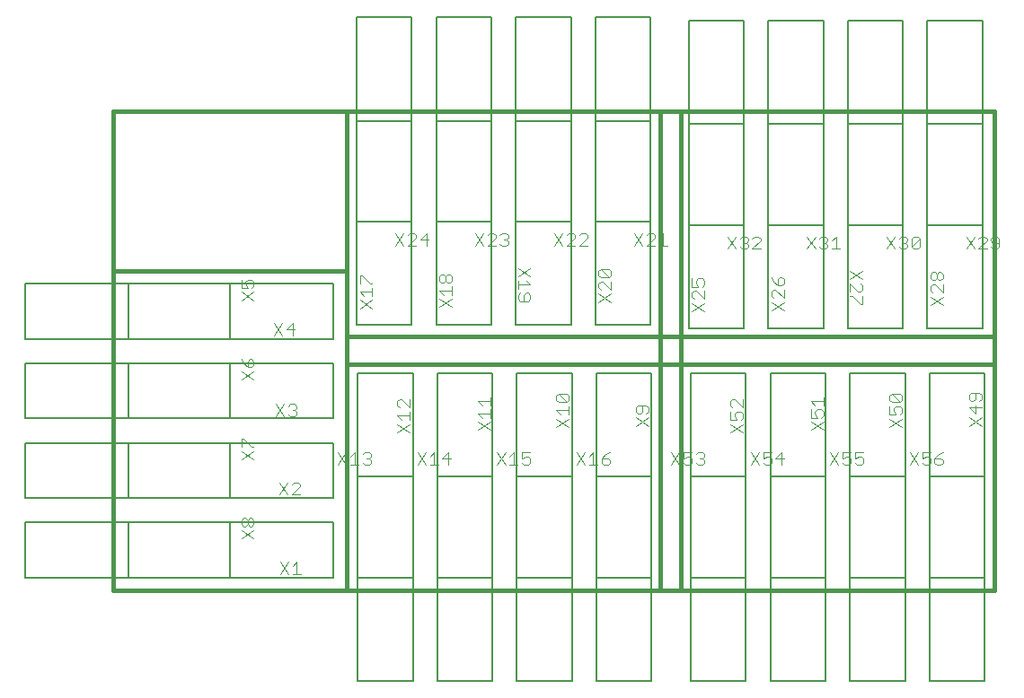
<source format=gto>
G75*
%MOIN*%
%OFA0B0*%
%FSLAX24Y24*%
%IPPOS*%
%LPD*%
%AMOC8*
5,1,8,0,0,1.08239X$1,22.5*
%
%ADD10C,0.0160*%
%ADD11C,0.0050*%
%ADD12C,0.0040*%
D10*
X003393Y003471D02*
X003393Y015361D01*
X003393Y021267D01*
X012054Y021267D01*
X012054Y015361D01*
X012054Y012920D01*
X036109Y012920D01*
X036109Y021267D01*
X024456Y021267D01*
X024456Y003471D01*
X036109Y003471D01*
X036109Y011897D01*
X012054Y011897D01*
X012054Y012920D01*
X012054Y011897D02*
X012054Y003511D01*
X003393Y003471D02*
X024456Y003471D01*
X023708Y003511D02*
X023708Y021267D01*
X024456Y021267D01*
X023708Y021267D02*
X012054Y021267D01*
X012054Y015361D02*
X003393Y015361D01*
X036109Y012920D02*
X036109Y011897D01*
D11*
X035735Y011562D02*
X035735Y003964D01*
X033688Y003964D01*
X033688Y011562D01*
X035735Y011562D01*
X035656Y013216D02*
X033609Y013216D01*
X033609Y020814D01*
X035656Y020814D01*
X035656Y013216D01*
X032704Y013216D02*
X032704Y020814D01*
X030656Y020814D01*
X030656Y013216D01*
X032704Y013216D01*
X032782Y011562D02*
X030735Y011562D01*
X030735Y003964D01*
X032782Y003964D01*
X032782Y011562D01*
X029830Y011562D02*
X029830Y003964D01*
X027782Y003964D01*
X027782Y011562D01*
X029830Y011562D01*
X029751Y013216D02*
X027704Y013216D01*
X027704Y020814D01*
X029751Y020814D01*
X029751Y013216D01*
X026798Y013216D02*
X026798Y020814D01*
X024751Y020814D01*
X024751Y013216D01*
X026798Y013216D01*
X026877Y011562D02*
X024830Y011562D01*
X024830Y003964D01*
X026877Y003964D01*
X026877Y011562D01*
X023373Y011562D02*
X023373Y003964D01*
X021326Y003964D01*
X021326Y011562D01*
X023373Y011562D01*
X023334Y013334D02*
X021286Y013334D01*
X021286Y020932D01*
X023334Y020932D01*
X023334Y013334D01*
X020381Y013334D02*
X020381Y020932D01*
X018334Y020932D01*
X018334Y013334D01*
X020381Y013334D01*
X020420Y011562D02*
X018373Y011562D01*
X018373Y003964D01*
X020420Y003964D01*
X020420Y011562D01*
X017468Y011562D02*
X017468Y003964D01*
X015420Y003964D01*
X015420Y011562D01*
X017468Y011562D01*
X017428Y013334D02*
X015381Y013334D01*
X015381Y020932D01*
X017428Y020932D01*
X017428Y013334D01*
X014475Y013334D02*
X014475Y020932D01*
X012428Y020932D01*
X012428Y013334D01*
X014475Y013334D01*
X014515Y011562D02*
X012468Y011562D01*
X012468Y003964D01*
X014515Y003964D01*
X014515Y011562D01*
X011562Y011916D02*
X011562Y009869D01*
X003964Y009869D01*
X003964Y011916D01*
X011562Y011916D01*
X011562Y012822D02*
X003964Y012822D01*
X003964Y014869D01*
X011562Y014869D01*
X011562Y012822D01*
X007723Y012822D02*
X000125Y012822D01*
X000125Y014869D01*
X007723Y014869D01*
X007723Y012822D01*
X007723Y011916D02*
X000125Y011916D01*
X000125Y009869D01*
X007723Y009869D01*
X007723Y011916D01*
X007723Y008964D02*
X000125Y008964D01*
X000125Y006916D01*
X007723Y006916D01*
X007723Y008964D01*
X003964Y008964D02*
X011562Y008964D01*
X011562Y006916D01*
X003964Y006916D01*
X003964Y008964D01*
X003964Y006011D02*
X011562Y006011D01*
X011562Y003964D01*
X003964Y003964D01*
X003964Y006011D01*
X007723Y006011D02*
X000125Y006011D01*
X000125Y003964D01*
X007723Y003964D01*
X007723Y006011D01*
X012468Y007723D02*
X012468Y000125D01*
X014515Y000125D01*
X014515Y007723D01*
X012468Y007723D01*
X015420Y007723D02*
X015420Y000125D01*
X017468Y000125D01*
X017468Y007723D01*
X015420Y007723D01*
X018373Y007723D02*
X018373Y000125D01*
X020420Y000125D01*
X020420Y007723D01*
X018373Y007723D01*
X021326Y007723D02*
X021326Y000125D01*
X023373Y000125D01*
X023373Y007723D01*
X021326Y007723D01*
X024830Y007723D02*
X024830Y000125D01*
X026877Y000125D01*
X026877Y007723D01*
X024830Y007723D01*
X027782Y007723D02*
X027782Y000125D01*
X029830Y000125D01*
X029830Y007723D01*
X027782Y007723D01*
X030735Y007723D02*
X030735Y000125D01*
X032782Y000125D01*
X032782Y007723D01*
X030735Y007723D01*
X033688Y007723D02*
X033688Y000125D01*
X035735Y000125D01*
X035735Y007723D01*
X033688Y007723D01*
X033609Y017054D02*
X033609Y024653D01*
X035656Y024653D01*
X035656Y017054D01*
X033609Y017054D01*
X032704Y017054D02*
X032704Y024653D01*
X030656Y024653D01*
X030656Y017054D01*
X032704Y017054D01*
X029751Y017054D02*
X029751Y024653D01*
X027704Y024653D01*
X027704Y017054D01*
X029751Y017054D01*
X026798Y017054D02*
X026798Y024653D01*
X024751Y024653D01*
X024751Y017054D01*
X026798Y017054D01*
X023334Y017172D02*
X023334Y024771D01*
X021286Y024771D01*
X021286Y017172D01*
X023334Y017172D01*
X020381Y017172D02*
X020381Y024771D01*
X018334Y024771D01*
X018334Y017172D01*
X020381Y017172D01*
X017428Y017172D02*
X017428Y024771D01*
X015381Y024771D01*
X015381Y017172D01*
X017428Y017172D01*
X014475Y017172D02*
X014475Y024771D01*
X012428Y024771D01*
X012428Y017172D01*
X014475Y017172D01*
D12*
X014403Y016747D02*
X014326Y016670D01*
X014403Y016747D02*
X014556Y016747D01*
X014633Y016670D01*
X014633Y016594D01*
X014326Y016287D01*
X014633Y016287D01*
X014786Y016517D02*
X015093Y016517D01*
X015016Y016287D02*
X015016Y016747D01*
X014786Y016517D01*
X014172Y016747D02*
X013865Y016287D01*
X014172Y016287D02*
X013865Y016747D01*
X012623Y015188D02*
X012930Y014881D01*
X013007Y014881D01*
X013007Y014728D02*
X013007Y014421D01*
X013007Y014268D02*
X012546Y013961D01*
X012546Y014268D02*
X013007Y013961D01*
X012700Y014421D02*
X012546Y014575D01*
X013007Y014575D01*
X012546Y014881D02*
X012546Y015188D01*
X012623Y015188D01*
X015499Y015151D02*
X015576Y015228D01*
X015652Y015228D01*
X015729Y015151D01*
X015729Y014998D01*
X015652Y014921D01*
X015576Y014921D01*
X015499Y014998D01*
X015499Y015151D01*
X015729Y015151D02*
X015806Y015228D01*
X015883Y015228D01*
X015959Y015151D01*
X015959Y014998D01*
X015883Y014921D01*
X015806Y014921D01*
X015729Y014998D01*
X015959Y014767D02*
X015959Y014460D01*
X015959Y014307D02*
X015499Y014000D01*
X015499Y014307D02*
X015959Y014000D01*
X015652Y014460D02*
X015499Y014614D01*
X015959Y014614D01*
X016818Y016287D02*
X017125Y016747D01*
X017279Y016670D02*
X017355Y016747D01*
X017509Y016747D01*
X017586Y016670D01*
X017586Y016594D01*
X017279Y016287D01*
X017586Y016287D01*
X017739Y016363D02*
X017816Y016287D01*
X017969Y016287D01*
X018046Y016363D01*
X018046Y016440D01*
X017969Y016517D01*
X017892Y016517D01*
X017969Y016517D02*
X018046Y016594D01*
X018046Y016670D01*
X017969Y016747D01*
X017816Y016747D01*
X017739Y016670D01*
X017125Y016287D02*
X016818Y016747D01*
X018413Y015459D02*
X018873Y015152D01*
X018720Y014999D02*
X018873Y014845D01*
X018413Y014845D01*
X018413Y014692D02*
X018413Y014999D01*
X018413Y015152D02*
X018873Y015459D01*
X019771Y016287D02*
X020078Y016747D01*
X020231Y016670D02*
X020308Y016747D01*
X020462Y016747D01*
X020538Y016670D01*
X020538Y016594D01*
X020231Y016287D01*
X020538Y016287D01*
X020692Y016287D02*
X020999Y016594D01*
X020999Y016670D01*
X020922Y016747D01*
X020769Y016747D01*
X020692Y016670D01*
X020692Y016287D02*
X020999Y016287D01*
X020078Y016287D02*
X019771Y016747D01*
X021404Y015348D02*
X021481Y015425D01*
X021788Y015118D01*
X021865Y015194D01*
X021865Y015348D01*
X021788Y015425D01*
X021481Y015425D01*
X021404Y015348D02*
X021404Y015194D01*
X021481Y015118D01*
X021788Y015118D01*
X021865Y014964D02*
X021865Y014657D01*
X021558Y014964D01*
X021481Y014964D01*
X021404Y014887D01*
X021404Y014734D01*
X021481Y014657D01*
X021404Y014504D02*
X021865Y014197D01*
X021865Y014504D02*
X021404Y014197D01*
X018873Y014308D02*
X018873Y014462D01*
X018796Y014539D01*
X018720Y014539D01*
X018643Y014462D01*
X018643Y014232D01*
X018796Y014232D02*
X018489Y014232D01*
X018413Y014308D01*
X018413Y014462D01*
X018489Y014539D01*
X018796Y014232D02*
X018873Y014308D01*
X022724Y016287D02*
X023031Y016747D01*
X023184Y016670D02*
X023261Y016747D01*
X023414Y016747D01*
X023491Y016670D01*
X023491Y016594D01*
X023184Y016287D01*
X023491Y016287D01*
X023645Y016287D02*
X023951Y016287D01*
X023798Y016287D02*
X023798Y016747D01*
X023645Y016594D01*
X023031Y016287D02*
X022724Y016747D01*
X024869Y015070D02*
X024869Y014763D01*
X025099Y014763D01*
X025022Y014917D01*
X025022Y014994D01*
X025099Y015070D01*
X025253Y015070D01*
X025329Y014994D01*
X025329Y014840D01*
X025253Y014763D01*
X025329Y014610D02*
X025329Y014303D01*
X025022Y014610D01*
X024946Y014610D01*
X024869Y014533D01*
X024869Y014380D01*
X024946Y014303D01*
X024869Y014149D02*
X025329Y013843D01*
X025329Y014149D02*
X024869Y013843D01*
X027822Y013882D02*
X028282Y014189D01*
X028282Y014342D02*
X027975Y014649D01*
X027899Y014649D01*
X027822Y014573D01*
X027822Y014419D01*
X027899Y014342D01*
X027822Y014189D02*
X028282Y013882D01*
X028282Y014342D02*
X028282Y014649D01*
X028205Y014803D02*
X028052Y014803D01*
X028052Y015033D01*
X028129Y015110D01*
X028205Y015110D01*
X028282Y015033D01*
X028282Y014879D01*
X028205Y014803D01*
X028052Y014803D02*
X027899Y014956D01*
X027822Y015110D01*
X027416Y016169D02*
X027109Y016169D01*
X027416Y016476D01*
X027416Y016552D01*
X027339Y016629D01*
X027186Y016629D01*
X027109Y016552D01*
X026956Y016552D02*
X026956Y016476D01*
X026879Y016399D01*
X026956Y016322D01*
X026956Y016245D01*
X026879Y016169D01*
X026725Y016169D01*
X026649Y016245D01*
X026495Y016169D02*
X026188Y016629D01*
X026495Y016629D02*
X026188Y016169D01*
X026649Y016552D02*
X026725Y016629D01*
X026879Y016629D01*
X026956Y016552D01*
X026879Y016399D02*
X026802Y016399D01*
X029141Y016629D02*
X029448Y016169D01*
X029601Y016245D02*
X029678Y016169D01*
X029832Y016169D01*
X029908Y016245D01*
X029908Y016322D01*
X029832Y016399D01*
X029755Y016399D01*
X029832Y016399D02*
X029908Y016476D01*
X029908Y016552D01*
X029832Y016629D01*
X029678Y016629D01*
X029601Y016552D01*
X029448Y016629D02*
X029141Y016169D01*
X030062Y016169D02*
X030369Y016169D01*
X030215Y016169D02*
X030215Y016629D01*
X030062Y016476D01*
X030736Y015341D02*
X031196Y015034D01*
X031119Y014881D02*
X031196Y014804D01*
X031196Y014651D01*
X031119Y014574D01*
X031042Y014574D01*
X030736Y014881D01*
X030736Y014574D01*
X030736Y014420D02*
X030812Y014420D01*
X031119Y014114D01*
X031196Y014114D01*
X031196Y014420D01*
X030736Y015034D02*
X031196Y015341D01*
X032094Y016169D02*
X032401Y016629D01*
X032554Y016552D02*
X032631Y016629D01*
X032784Y016629D01*
X032861Y016552D01*
X032861Y016476D01*
X032784Y016399D01*
X032861Y016322D01*
X032861Y016245D01*
X032784Y016169D01*
X032631Y016169D01*
X032554Y016245D01*
X032401Y016169D02*
X032094Y016629D01*
X032708Y016399D02*
X032784Y016399D01*
X033015Y016552D02*
X033091Y016629D01*
X033245Y016629D01*
X033322Y016552D01*
X033015Y016245D01*
X033091Y016169D01*
X033245Y016169D01*
X033322Y016245D01*
X033322Y016552D01*
X033015Y016552D02*
X033015Y016245D01*
X033804Y015306D02*
X033881Y015306D01*
X033957Y015230D01*
X033957Y015076D01*
X033881Y015000D01*
X033804Y015000D01*
X033727Y015076D01*
X033727Y015230D01*
X033804Y015306D01*
X033957Y015230D02*
X034034Y015306D01*
X034111Y015306D01*
X034188Y015230D01*
X034188Y015076D01*
X034111Y015000D01*
X034034Y015000D01*
X033957Y015076D01*
X033881Y014846D02*
X033804Y014846D01*
X033727Y014769D01*
X033727Y014616D01*
X033804Y014539D01*
X033727Y014386D02*
X034188Y014079D01*
X034188Y014386D02*
X033727Y014079D01*
X034188Y014539D02*
X033881Y014846D01*
X034188Y014846D02*
X034188Y014539D01*
X035047Y016169D02*
X035354Y016629D01*
X035507Y016552D02*
X035584Y016629D01*
X035737Y016629D01*
X035814Y016552D01*
X035814Y016476D01*
X035507Y016169D01*
X035814Y016169D01*
X035967Y016245D02*
X036044Y016169D01*
X036198Y016169D01*
X036274Y016245D01*
X036274Y016552D01*
X036198Y016629D01*
X036044Y016629D01*
X035967Y016552D01*
X035967Y016476D01*
X036044Y016399D01*
X036274Y016399D01*
X035354Y016169D02*
X035047Y016629D01*
X035233Y010822D02*
X035156Y010745D01*
X035156Y010591D01*
X035233Y010515D01*
X035310Y010515D01*
X035387Y010591D01*
X035387Y010822D01*
X035540Y010822D02*
X035233Y010822D01*
X035540Y010822D02*
X035617Y010745D01*
X035617Y010591D01*
X035540Y010515D01*
X035387Y010361D02*
X035387Y010054D01*
X035156Y010284D01*
X035617Y010284D01*
X035617Y009901D02*
X035156Y009594D01*
X035156Y009901D02*
X035617Y009594D01*
X034184Y008609D02*
X034031Y008533D01*
X033878Y008379D01*
X034108Y008379D01*
X034184Y008302D01*
X034184Y008226D01*
X034108Y008149D01*
X033954Y008149D01*
X033878Y008226D01*
X033878Y008379D01*
X033724Y008379D02*
X033724Y008226D01*
X033647Y008149D01*
X033494Y008149D01*
X033417Y008226D01*
X033417Y008379D02*
X033571Y008456D01*
X033647Y008456D01*
X033724Y008379D01*
X033724Y008609D02*
X033417Y008609D01*
X033417Y008379D01*
X033264Y008149D02*
X032957Y008609D01*
X033264Y008609D02*
X032957Y008149D01*
X031232Y008226D02*
X031155Y008149D01*
X031001Y008149D01*
X030925Y008226D01*
X030925Y008379D02*
X031078Y008456D01*
X031155Y008456D01*
X031232Y008379D01*
X031232Y008226D01*
X030925Y008379D02*
X030925Y008609D01*
X031232Y008609D01*
X030771Y008609D02*
X030464Y008609D01*
X030464Y008379D01*
X030618Y008456D01*
X030695Y008456D01*
X030771Y008379D01*
X030771Y008226D01*
X030695Y008149D01*
X030541Y008149D01*
X030464Y008226D01*
X030311Y008149D02*
X030004Y008609D01*
X030311Y008609D02*
X030004Y008149D01*
X029751Y009436D02*
X029290Y009743D01*
X029290Y009897D02*
X029520Y009897D01*
X029444Y010050D01*
X029444Y010127D01*
X029520Y010204D01*
X029674Y010204D01*
X029751Y010127D01*
X029751Y009973D01*
X029674Y009897D01*
X029751Y009743D02*
X029290Y009436D01*
X029290Y009897D02*
X029290Y010204D01*
X029444Y010357D02*
X029290Y010511D01*
X029751Y010511D01*
X029751Y010664D02*
X029751Y010357D01*
X028202Y008609D02*
X027972Y008379D01*
X028279Y008379D01*
X028202Y008149D02*
X028202Y008609D01*
X027819Y008609D02*
X027512Y008609D01*
X027512Y008379D01*
X027665Y008456D01*
X027742Y008456D01*
X027819Y008379D01*
X027819Y008226D01*
X027742Y008149D01*
X027588Y008149D01*
X027512Y008226D01*
X027358Y008149D02*
X027051Y008609D01*
X027358Y008609D02*
X027051Y008149D01*
X025326Y008226D02*
X025249Y008149D01*
X025096Y008149D01*
X025019Y008226D01*
X024866Y008226D02*
X024789Y008149D01*
X024636Y008149D01*
X024559Y008226D01*
X024559Y008379D02*
X024712Y008456D01*
X024789Y008456D01*
X024866Y008379D01*
X024866Y008226D01*
X025019Y008533D02*
X025096Y008609D01*
X025249Y008609D01*
X025326Y008533D01*
X025326Y008456D01*
X025249Y008379D01*
X025326Y008302D01*
X025326Y008226D01*
X025249Y008379D02*
X025173Y008379D01*
X024866Y008609D02*
X024559Y008609D01*
X024559Y008379D01*
X024405Y008149D02*
X024098Y008609D01*
X024405Y008609D02*
X024098Y008149D01*
X023255Y009594D02*
X022794Y009901D01*
X022871Y010054D02*
X022948Y010054D01*
X023024Y010131D01*
X023024Y010361D01*
X022871Y010361D02*
X022794Y010284D01*
X022794Y010131D01*
X022871Y010054D01*
X023178Y010054D02*
X023255Y010131D01*
X023255Y010284D01*
X023178Y010361D01*
X022871Y010361D01*
X023255Y009901D02*
X022794Y009594D01*
X021822Y008609D02*
X021669Y008533D01*
X021515Y008379D01*
X021746Y008379D01*
X021822Y008302D01*
X021822Y008226D01*
X021746Y008149D01*
X021592Y008149D01*
X021515Y008226D01*
X021515Y008379D01*
X021362Y008149D02*
X021055Y008149D01*
X021208Y008149D02*
X021208Y008609D01*
X021055Y008456D01*
X020901Y008609D02*
X020595Y008149D01*
X020901Y008149D02*
X020595Y008609D01*
X020302Y009554D02*
X019841Y009861D01*
X019995Y010015D02*
X019841Y010168D01*
X020302Y010168D01*
X020302Y010015D02*
X020302Y010322D01*
X020225Y010475D02*
X019918Y010475D01*
X019841Y010552D01*
X019841Y010705D01*
X019918Y010782D01*
X020225Y010475D01*
X020302Y010552D01*
X020302Y010705D01*
X020225Y010782D01*
X019918Y010782D01*
X020302Y009861D02*
X019841Y009554D01*
X018869Y008609D02*
X018563Y008609D01*
X018563Y008379D01*
X018716Y008456D01*
X018793Y008456D01*
X018869Y008379D01*
X018869Y008226D01*
X018793Y008149D01*
X018639Y008149D01*
X018563Y008226D01*
X018409Y008149D02*
X018102Y008149D01*
X017949Y008149D02*
X017642Y008609D01*
X017949Y008609D02*
X017642Y008149D01*
X018102Y008456D02*
X018256Y008609D01*
X018256Y008149D01*
X017388Y009436D02*
X016928Y009743D01*
X017082Y009897D02*
X016928Y010050D01*
X017388Y010050D01*
X017388Y009897D02*
X017388Y010204D01*
X017388Y010357D02*
X017388Y010664D01*
X017388Y010511D02*
X016928Y010511D01*
X017082Y010357D01*
X017388Y009743D02*
X016928Y009436D01*
X015840Y008609D02*
X015610Y008379D01*
X015917Y008379D01*
X015840Y008149D02*
X015840Y008609D01*
X015303Y008609D02*
X015303Y008149D01*
X015456Y008149D02*
X015149Y008149D01*
X014996Y008149D02*
X014689Y008609D01*
X014996Y008609D02*
X014689Y008149D01*
X015149Y008456D02*
X015303Y008609D01*
X014396Y009358D02*
X013936Y009665D01*
X014089Y009818D02*
X013936Y009971D01*
X014396Y009971D01*
X014396Y009818D02*
X014396Y010125D01*
X014396Y010278D02*
X014089Y010585D01*
X014013Y010585D01*
X013936Y010509D01*
X013936Y010355D01*
X014013Y010278D01*
X014396Y010278D02*
X014396Y010585D01*
X014396Y009665D02*
X013936Y009358D01*
X012964Y008533D02*
X012964Y008456D01*
X012887Y008379D01*
X012964Y008302D01*
X012964Y008226D01*
X012887Y008149D01*
X012734Y008149D01*
X012657Y008226D01*
X012504Y008149D02*
X012197Y008149D01*
X012350Y008149D02*
X012350Y008609D01*
X012197Y008456D01*
X012043Y008609D02*
X011736Y008149D01*
X012043Y008149D02*
X011736Y008609D01*
X012657Y008533D02*
X012734Y008609D01*
X012887Y008609D01*
X012964Y008533D01*
X012887Y008379D02*
X012811Y008379D01*
X010322Y007418D02*
X010245Y007495D01*
X010092Y007495D01*
X010015Y007418D01*
X009861Y007495D02*
X009554Y007035D01*
X009861Y007035D02*
X009554Y007495D01*
X010015Y007035D02*
X010322Y007342D01*
X010322Y007418D01*
X010322Y007035D02*
X010015Y007035D01*
X008609Y006091D02*
X008609Y005938D01*
X008532Y005861D01*
X008455Y005861D01*
X008379Y005938D01*
X008379Y006091D01*
X008455Y006168D01*
X008532Y006168D01*
X008609Y006091D01*
X008379Y006091D02*
X008302Y006168D01*
X008225Y006168D01*
X008149Y006091D01*
X008149Y005938D01*
X008225Y005861D01*
X008302Y005861D01*
X008379Y005938D01*
X008609Y005708D02*
X008149Y005401D01*
X008149Y005708D02*
X008609Y005401D01*
X009594Y004542D02*
X009901Y004082D01*
X010054Y004082D02*
X010361Y004082D01*
X010208Y004082D02*
X010208Y004542D01*
X010054Y004389D01*
X009901Y004542D02*
X009594Y004082D01*
X008609Y008354D02*
X008149Y008661D01*
X008149Y008814D02*
X008149Y009121D01*
X008225Y009121D01*
X008532Y008814D01*
X008609Y008814D01*
X008609Y008661D02*
X008149Y008354D01*
X009436Y009948D02*
X009743Y010409D01*
X009897Y010332D02*
X009973Y010409D01*
X010127Y010409D01*
X010204Y010332D01*
X010204Y010255D01*
X010127Y010178D01*
X010204Y010102D01*
X010204Y010025D01*
X010127Y009948D01*
X009973Y009948D01*
X009897Y010025D01*
X009743Y009948D02*
X009436Y010409D01*
X010050Y010178D02*
X010127Y010178D01*
X008609Y011306D02*
X008149Y011613D01*
X008379Y011767D02*
X008379Y011997D01*
X008455Y012074D01*
X008532Y012074D01*
X008609Y011997D01*
X008609Y011844D01*
X008532Y011767D01*
X008379Y011767D01*
X008225Y011920D01*
X008149Y012074D01*
X008609Y011613D02*
X008149Y011306D01*
X009358Y012940D02*
X009665Y013401D01*
X009818Y013170D02*
X010125Y013170D01*
X010048Y012940D02*
X010048Y013401D01*
X009818Y013170D01*
X009665Y012940D02*
X009358Y013401D01*
X008609Y014259D02*
X008149Y014566D01*
X008149Y014720D02*
X008379Y014720D01*
X008302Y014873D01*
X008302Y014950D01*
X008379Y015026D01*
X008532Y015026D01*
X008609Y014950D01*
X008609Y014796D01*
X008532Y014720D01*
X008609Y014566D02*
X008149Y014259D01*
X008149Y014720D02*
X008149Y015026D01*
X026298Y010509D02*
X026298Y010355D01*
X026375Y010278D01*
X026298Y010125D02*
X026298Y009818D01*
X026528Y009818D01*
X026452Y009971D01*
X026452Y010048D01*
X026528Y010125D01*
X026682Y010125D01*
X026759Y010048D01*
X026759Y009895D01*
X026682Y009818D01*
X026759Y009665D02*
X026298Y009358D01*
X026298Y009665D02*
X026759Y009358D01*
X026759Y010278D02*
X026452Y010585D01*
X026375Y010585D01*
X026298Y010509D01*
X026759Y010585D02*
X026759Y010278D01*
X032204Y010322D02*
X032204Y010015D01*
X032434Y010015D01*
X032357Y010168D01*
X032357Y010245D01*
X032434Y010322D01*
X032587Y010322D01*
X032664Y010245D01*
X032664Y010092D01*
X032587Y010015D01*
X032664Y009861D02*
X032204Y009554D01*
X032204Y009861D02*
X032664Y009554D01*
X032587Y010475D02*
X032280Y010475D01*
X032204Y010552D01*
X032204Y010705D01*
X032280Y010782D01*
X032587Y010475D01*
X032664Y010552D01*
X032664Y010705D01*
X032587Y010782D01*
X032280Y010782D01*
M02*

</source>
